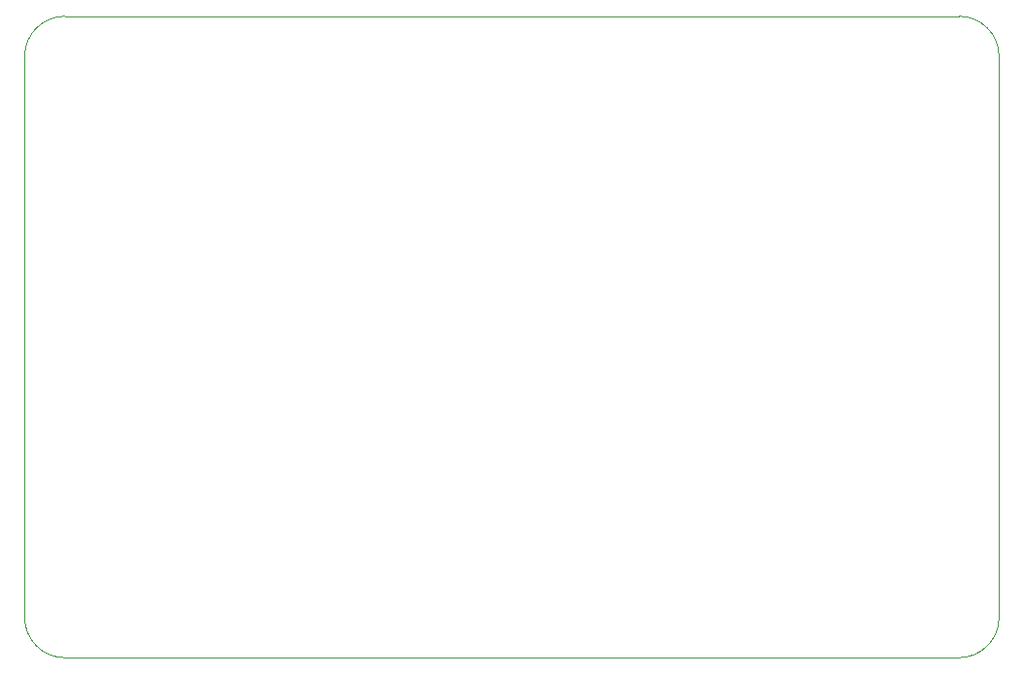
<source format=gbr>
%TF.GenerationSoftware,KiCad,Pcbnew,9.0.0*%
%TF.CreationDate,2025-03-24T16:34:57+00:00*%
%TF.ProjectId,SimplifiedInstallModule,53696d70-6c69-4666-9965-64496e737461,01*%
%TF.SameCoordinates,Original*%
%TF.FileFunction,Profile,NP*%
%FSLAX46Y46*%
G04 Gerber Fmt 4.6, Leading zero omitted, Abs format (unit mm)*
G04 Created by KiCad (PCBNEW 9.0.0) date 2025-03-24 16:34:57*
%MOMM*%
%LPD*%
G01*
G04 APERTURE LIST*
%TA.AperFunction,Profile*%
%ADD10C,0.050000*%
%TD*%
G04 APERTURE END LIST*
D10*
X182790857Y-118059621D02*
X182790857Y-69059621D01*
X97790857Y-69059621D02*
G75*
G02*
X101290857Y-65559627I3499933J61D01*
G01*
X101290857Y-121559621D02*
X179290857Y-121559621D01*
X101290857Y-121559621D02*
G75*
G02*
X97790879Y-118059621I43J3500021D01*
G01*
X179290857Y-65559621D02*
X101290857Y-65559621D01*
X179290857Y-65559621D02*
G75*
G02*
X182790879Y-69059621I43J-3499979D01*
G01*
X97790857Y-69059621D02*
X97790857Y-118059621D01*
X182790857Y-118059621D02*
G75*
G02*
X179290857Y-121559657I-3500057J21D01*
G01*
M02*

</source>
